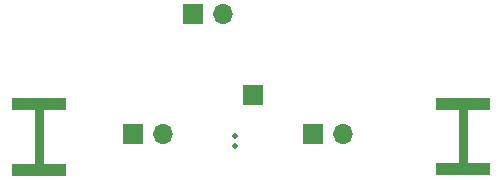
<source format=gbr>
%TF.GenerationSoftware,KiCad,Pcbnew,7.0.8*%
%TF.CreationDate,2024-03-06T16:27:51-05:00*%
%TF.ProjectId,Amplifier,416d706c-6966-4696-9572-2e6b69636164,rev?*%
%TF.SameCoordinates,Original*%
%TF.FileFunction,Copper,L2,Bot*%
%TF.FilePolarity,Positive*%
%FSLAX46Y46*%
G04 Gerber Fmt 4.6, Leading zero omitted, Abs format (unit mm)*
G04 Created by KiCad (PCBNEW 7.0.8) date 2024-03-06 16:27:51*
%MOMM*%
%LPD*%
G01*
G04 APERTURE LIST*
%TA.AperFunction,ComponentPad*%
%ADD10R,1.700000X1.700000*%
%TD*%
%TA.AperFunction,ComponentPad*%
%ADD11O,1.700000X1.700000*%
%TD*%
%TA.AperFunction,SMDPad,CuDef*%
%ADD12R,4.560000X1.000000*%
%TD*%
%TA.AperFunction,ComponentPad*%
%ADD13C,0.499999*%
%TD*%
%TA.AperFunction,Conductor*%
%ADD14C,0.762000*%
%TD*%
G04 APERTURE END LIST*
D10*
%TO.P,,1*%
%TO.N,N/C*%
X60960000Y-44958000D03*
%TD*%
%TO.P,REF\u002A\u002A,1*%
%TO.N,N/C*%
X55880000Y-38100000D03*
D11*
%TO.P,REF\u002A\u002A,2*%
X58420000Y-38100000D03*
%TD*%
D10*
%TO.P,REF\u002A\u002A,1*%
%TO.N,N/C*%
X50800000Y-48260000D03*
D11*
%TO.P,REF\u002A\u002A,2*%
X53340000Y-48260000D03*
%TD*%
D10*
%TO.P,REF\u002A\u002A,1*%
%TO.N,N/C*%
X66040000Y-48260000D03*
D11*
%TO.P,REF\u002A\u002A,2*%
X68580000Y-48260000D03*
%TD*%
D12*
%TO.P,REF\u002A\u002A,SH3*%
%TO.N,N/C*%
X78740000Y-51281250D03*
%TO.P,REF\u002A\u002A,SH4*%
X78740000Y-45741250D03*
%TD*%
%TO.P,REF\u002A\u002A,SH3*%
%TO.N,N/C*%
X42845001Y-45768000D03*
%TO.P,REF\u002A\u002A,SH4*%
X42845001Y-51308000D03*
%TD*%
D13*
%TO.P,REF\u002A\u002A,V*%
%TO.N,N/C*%
X59436000Y-48476002D03*
X59436000Y-49276000D03*
%TD*%
D14*
%TO.N,*%
X78740000Y-45741250D02*
X78740000Y-51281250D01*
X42845001Y-45768000D02*
X42845001Y-51308000D01*
%TD*%
M02*

</source>
